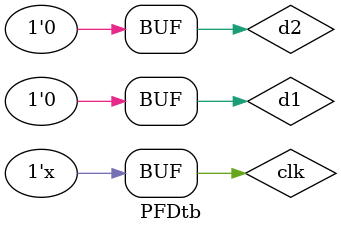
<source format=v>
`timescale 1ns / 1ps

module PFDtb;
reg d1, d2, clk;
wire up, dn;

PFD ninja(
.d1(d1),
.d2(d2),
.clk(clk),
.up(up),
.dn(dn)
);

initial clk = 0;
always #10 clk = ~clk;

initial begin
d1 = 0;
d2 = 0;
#10 d1 = 0;
#10 d2 = 1;
#10 d1 = 1;
#10 d2 = 0;
#10 d1 = 1;
#10 d2 = 1;
#10 d1 = 0;
#10 d2 = 0;
end

endmodule

</source>
